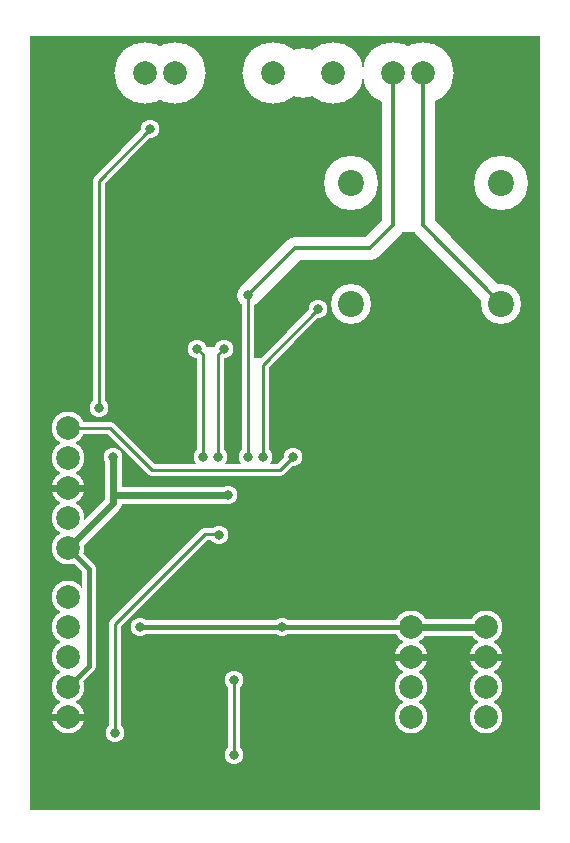
<source format=gbr>
%FSLAX34Y34*%
%MOMM*%
%LNCOPPER_BOTTOM*%
G71*
G01*
%ADD10C, 2.80*%
%ADD11C, 1.60*%
%ADD12C, 1.40*%
%ADD13C, 1.05*%
%ADD14C, 1.00*%
%ADD15C, 2.80*%
%ADD16C, 0.60*%
%ADD17C, 1.20*%
%ADD18C, 0.80*%
%ADD19C, 3.40*%
%ADD20C, 4.60*%
%ADD21C, 5.20*%
%ADD22C, 4.20*%
%ADD23C, 1.95*%
%ADD24C, 0.10*%
%ADD25C, 2.00*%
%ADD26C, 0.25*%
%ADD27C, 2.00*%
%ADD28C, 0.40*%
%ADD29C, 2.20*%
%ADD30C, 0.35*%
%LPD*%
G36*
X-12700Y12574D02*
X447300Y12574D01*
X447300Y-667426D01*
X-12700Y-667426D01*
X-12700Y12574D01*
G37*
%LPC*%
X33378Y-358494D02*
G54D10*
D03*
X33378Y-383894D02*
G54D10*
D03*
X33378Y-409294D02*
G54D10*
D03*
X33378Y-434694D02*
G54D10*
D03*
X33378Y-333094D02*
G54D10*
D03*
X71556Y-357587D02*
G54D11*
D03*
G54D12*
X71587Y-357587D02*
X71587Y-396481D01*
X33378Y-434694D01*
G54D12*
X71587Y-390131D02*
X169218Y-390131D01*
X169187Y-390131D02*
G54D11*
D03*
X223987Y-357587D02*
G54D11*
D03*
G54D13*
X33378Y-333094D02*
X68525Y-333094D01*
X104131Y-368700D01*
X212875Y-368700D01*
X223987Y-357587D01*
X411281Y-411562D02*
G54D14*
D03*
X287456Y-411562D02*
G54D14*
D03*
X387390Y-501369D02*
G54D10*
D03*
X387390Y-526769D02*
G54D10*
D03*
X387390Y-552169D02*
G54D10*
D03*
X387390Y-577569D02*
G54D10*
D03*
X323890Y-501369D02*
G54D15*
D03*
X323890Y-526769D02*
G54D15*
D03*
X323890Y-552169D02*
G54D15*
D03*
X323890Y-577569D02*
G54D15*
D03*
G54D12*
X323890Y-501369D02*
X387390Y-501369D01*
G54D16*
X339765Y-526769D02*
X308015Y-526769D01*
X214462Y-501256D02*
G54D11*
D03*
X94606Y-501256D02*
G54D11*
D03*
X33378Y-501369D02*
G54D10*
D03*
X33378Y-526769D02*
G54D10*
D03*
X33378Y-552169D02*
G54D10*
D03*
X33378Y-577569D02*
G54D10*
D03*
G54D17*
X94606Y-501256D02*
X326952Y-501256D01*
X160853Y-423468D02*
G54D11*
D03*
X120006Y-586981D02*
G54D18*
D03*
X239862Y-586981D02*
G54D18*
D03*
X73175Y-590950D02*
G54D11*
D03*
G54D13*
X73175Y-590950D02*
X73175Y-499119D01*
X149225Y-423069D01*
X160453Y-423069D01*
X160853Y-423468D01*
G54D17*
X33378Y-552169D02*
X33618Y-552169D01*
X50800Y-534988D01*
X50800Y-452117D01*
X33378Y-434694D01*
X400050Y-227806D02*
G54D19*
D03*
X273050Y-227806D02*
G54D19*
D03*
X400050Y-125412D02*
G54D20*
D03*
X273050Y-125412D02*
G54D20*
D03*
X245387Y-232572D02*
G54D11*
D03*
X198587Y-357587D02*
G54D11*
D03*
X185887Y-357587D02*
G54D11*
D03*
X103090Y-80209D02*
G54D11*
D03*
X33378Y-475969D02*
G54D10*
D03*
X308364Y-32458D02*
G54D21*
D03*
X333764Y-32458D02*
G54D21*
D03*
X257565Y-32458D02*
G54D21*
D03*
X232165Y-32458D02*
G54D22*
D03*
X206765Y-32458D02*
G54D21*
D03*
X124215Y-32458D02*
G54D21*
D03*
X98815Y-32458D02*
G54D21*
D03*
G54D23*
X333764Y-32458D02*
X333764Y-161521D01*
X400050Y-227806D01*
X173584Y-546103D02*
G54D11*
D03*
X173584Y-609603D02*
G54D11*
D03*
X142993Y-265909D02*
G54D11*
D03*
X165218Y-265909D02*
G54D11*
D03*
X185856Y-220665D02*
G54D11*
D03*
G54D13*
X185887Y-357587D02*
X185887Y-220697D01*
X185856Y-220665D01*
G54D23*
X308364Y-32458D02*
X308364Y-161536D01*
X288925Y-180975D01*
X225546Y-180975D01*
X185856Y-220665D01*
G54D13*
X198587Y-357587D02*
X198587Y-279372D01*
X245387Y-232572D01*
X160487Y-357587D02*
G54D11*
D03*
X147787Y-357587D02*
G54D11*
D03*
G54D13*
X160487Y-357587D02*
X160487Y-270640D01*
X165218Y-265909D01*
G54D13*
X147787Y-357587D02*
X147787Y-270703D01*
X142993Y-265909D01*
X142993Y-220665D02*
G54D18*
D03*
G54D16*
X387390Y-526769D02*
X371796Y-527050D01*
X403225Y-527050D01*
G54D16*
X49252Y-383894D02*
X17182Y-383894D01*
G36*
X432594Y0D02*
X523875Y0D01*
X523875Y-667544D01*
X432594Y-667544D01*
X432594Y0D01*
G37*
G54D24*
X432594Y0D02*
X523875Y0D01*
X523875Y-667544D01*
X432594Y-667544D01*
X432594Y0D01*
G36*
X0Y0D02*
X446881Y0D01*
X446881Y12700D01*
X0Y12700D01*
X0Y0D01*
G37*
G54D24*
X0Y0D02*
X446881Y0D01*
X446881Y12700D01*
X0Y12700D01*
X0Y0D01*
G36*
X432594Y-656431D02*
X-12700Y-656431D01*
X-12700Y-676275D01*
X432594Y-676275D01*
X432594Y-656431D01*
G37*
G54D24*
X432594Y-656431D02*
X-12700Y-656431D01*
X-12700Y-676275D01*
X432594Y-676275D01*
X432594Y-656431D01*
G36*
X0Y-656431D02*
X-12700Y-656431D01*
X-12700Y12700D01*
X0Y12700D01*
X0Y-656431D01*
G37*
G54D24*
X0Y-656431D02*
X-12700Y-656431D01*
X-12700Y12700D01*
X0Y12700D01*
X0Y-656431D01*
G36*
X149225Y-264319D02*
X159544Y-264319D01*
X159544Y-364331D01*
X149225Y-364331D01*
X149225Y-264319D01*
G37*
G54D24*
X149225Y-264319D02*
X159544Y-264319D01*
X159544Y-364331D01*
X149225Y-364331D01*
X149225Y-264319D01*
G36*
X197644Y-273844D02*
X188119Y-273844D01*
X188119Y-364331D01*
X197644Y-364331D01*
X197644Y-273844D01*
G37*
G54D24*
X197644Y-273844D02*
X188119Y-273844D01*
X188119Y-364331D01*
X197644Y-364331D01*
X197644Y-273844D01*
G36*
X47625Y-480219D02*
X33378Y-480219D01*
X33378Y-526769D01*
X47625Y-526769D01*
X47625Y-480219D01*
G37*
G54D24*
X47625Y-480219D02*
X33378Y-480219D01*
X33378Y-526769D01*
X47625Y-526769D01*
X47625Y-480219D01*
G36*
X315516Y-51991D02*
X328216Y-51991D01*
X328216Y-166291D01*
X315516Y-166291D01*
X315516Y-51991D01*
G37*
G54D24*
X315516Y-51991D02*
X328216Y-51991D01*
X328216Y-166291D01*
X315516Y-166291D01*
X315516Y-51991D01*
X103090Y-164346D02*
G54D18*
D03*
X59434Y-315952D02*
G54D11*
D03*
G54D16*
X33378Y-577569D02*
X18537Y-577569D01*
G54D16*
X33378Y-577569D02*
X48138Y-577569D01*
G54D13*
X59434Y-315952D02*
X59434Y-123865D01*
X103090Y-80209D01*
G54D13*
X173584Y-609603D02*
X173584Y-546103D01*
%LPD*%
X33378Y-358494D02*
G54D25*
D03*
X33378Y-383894D02*
G54D25*
D03*
X33378Y-409294D02*
G54D25*
D03*
X33378Y-434694D02*
G54D25*
D03*
X33378Y-333094D02*
G54D25*
D03*
X71556Y-357587D02*
G54D18*
D03*
G54D16*
X71587Y-357587D02*
X71587Y-396481D01*
X33378Y-434694D01*
G54D16*
X71587Y-390131D02*
X169218Y-390131D01*
X169187Y-390131D02*
G54D18*
D03*
X223987Y-357587D02*
G54D18*
D03*
G54D26*
X33378Y-333094D02*
X68525Y-333094D01*
X104131Y-368700D01*
X212875Y-368700D01*
X223987Y-357587D01*
X411281Y-411562D02*
G54D14*
D03*
X287456Y-411562D02*
G54D14*
D03*
X387390Y-501369D02*
G54D25*
D03*
X387390Y-526769D02*
G54D25*
D03*
X387390Y-552169D02*
G54D25*
D03*
X387390Y-577569D02*
G54D25*
D03*
X323890Y-501369D02*
G54D27*
D03*
X323890Y-526769D02*
G54D27*
D03*
X323890Y-552169D02*
G54D27*
D03*
X323890Y-577569D02*
G54D27*
D03*
G54D16*
X323890Y-501369D02*
X387390Y-501369D01*
G54D16*
X339765Y-526769D02*
X308015Y-526769D01*
X214462Y-501256D02*
G54D18*
D03*
X94606Y-501256D02*
G54D18*
D03*
X33378Y-501369D02*
G54D25*
D03*
X33378Y-526769D02*
G54D25*
D03*
X33378Y-552169D02*
G54D25*
D03*
X33378Y-577569D02*
G54D25*
D03*
G54D28*
X94606Y-501256D02*
X326952Y-501256D01*
X160853Y-423468D02*
G54D18*
D03*
X120006Y-586981D02*
G54D18*
D03*
X239862Y-586981D02*
G54D18*
D03*
X73175Y-590950D02*
G54D18*
D03*
G54D26*
X73175Y-590950D02*
X73175Y-499119D01*
X149225Y-423069D01*
X160453Y-423069D01*
X160853Y-423468D01*
G54D28*
X33378Y-552169D02*
X33618Y-552169D01*
X50800Y-534988D01*
X50800Y-452117D01*
X33378Y-434694D01*
X400050Y-227806D02*
G54D29*
D03*
X273050Y-227806D02*
G54D29*
D03*
X400050Y-125412D02*
G54D29*
D03*
X273050Y-125412D02*
G54D29*
D03*
X245387Y-232572D02*
G54D18*
D03*
X198587Y-357587D02*
G54D18*
D03*
X185887Y-357587D02*
G54D18*
D03*
X103090Y-80209D02*
G54D18*
D03*
X33378Y-475969D02*
G54D25*
D03*
X308364Y-32458D02*
G54D25*
D03*
X333764Y-32458D02*
G54D25*
D03*
X257565Y-32458D02*
G54D25*
D03*
X206765Y-32458D02*
G54D25*
D03*
X124215Y-32458D02*
G54D25*
D03*
X98815Y-32458D02*
G54D25*
D03*
G54D30*
X333764Y-32458D02*
X333764Y-161521D01*
X400050Y-227806D01*
X173584Y-546103D02*
G54D18*
D03*
X173584Y-609603D02*
G54D18*
D03*
X142993Y-265909D02*
G54D18*
D03*
X165218Y-265909D02*
G54D18*
D03*
X185856Y-220665D02*
G54D18*
D03*
G54D26*
X185887Y-357587D02*
X185887Y-220697D01*
X185856Y-220665D01*
G54D30*
X308364Y-32458D02*
X308364Y-161536D01*
X288925Y-180975D01*
X225546Y-180975D01*
X185856Y-220665D01*
G54D26*
X198587Y-357587D02*
X198587Y-279372D01*
X245387Y-232572D01*
X160487Y-357587D02*
G54D18*
D03*
X147787Y-357587D02*
G54D18*
D03*
G54D26*
X160487Y-357587D02*
X160487Y-270640D01*
X165218Y-265909D01*
G54D26*
X147787Y-357587D02*
X147787Y-270703D01*
X142993Y-265909D01*
X142993Y-220665D02*
G54D18*
D03*
G54D16*
X387390Y-526769D02*
X371796Y-527050D01*
X403225Y-527050D01*
G54D16*
X49252Y-383894D02*
X17182Y-383894D01*
X103090Y-164346D02*
G54D18*
D03*
X59434Y-315952D02*
G54D18*
D03*
G54D16*
X33378Y-577569D02*
X18537Y-577569D01*
G54D16*
X33378Y-577569D02*
X48138Y-577569D01*
G54D26*
X59434Y-315952D02*
X59434Y-123865D01*
X103090Y-80209D01*
G54D26*
X173584Y-609603D02*
X173584Y-546103D01*
M02*

</source>
